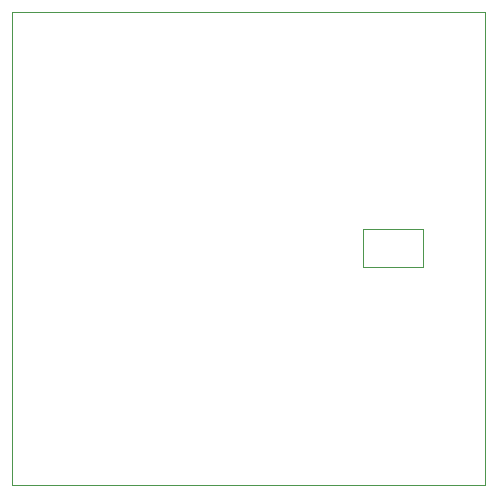
<source format=gbr>
G04 #@! TF.GenerationSoftware,KiCad,Pcbnew,(5.1.4)-1*
G04 #@! TF.CreationDate,2019-10-09T21:16:12+02:00*
G04 #@! TF.ProjectId,Front,46726f6e-742e-46b6-9963-61645f706362,rev?*
G04 #@! TF.SameCoordinates,Original*
G04 #@! TF.FileFunction,Profile,NP*
%FSLAX46Y46*%
G04 Gerber Fmt 4.6, Leading zero omitted, Abs format (unit mm)*
G04 Created by KiCad (PCBNEW (5.1.4)-1) date 2019-10-09 21:16:12*
%MOMM*%
%LPD*%
G04 APERTURE LIST*
%ADD10C,0.100000*%
G04 APERTURE END LIST*
D10*
X225200000Y-121400000D02*
X230300000Y-121400000D01*
X225200000Y-124600000D02*
X225200000Y-121400000D01*
X230300000Y-124600000D02*
X225200000Y-124600000D01*
X230300000Y-121400000D02*
X230300000Y-124600000D01*
X195500000Y-143000000D02*
X195500000Y-103000000D01*
X235500000Y-143000000D02*
X195500000Y-143000000D01*
X235500000Y-103000000D02*
X235500000Y-143000000D01*
X195500000Y-103000000D02*
X235500000Y-103000000D01*
M02*

</source>
